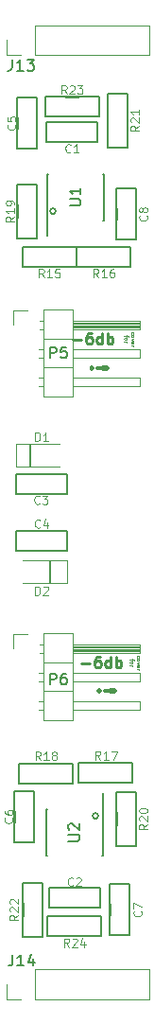
<source format=gbr>
G04 #@! TF.GenerationSoftware,KiCad,Pcbnew,(5.0.0-rc2-47-g52fceb3)*
G04 #@! TF.CreationDate,2018-06-13T16:52:08-05:00*
G04 #@! TF.ProjectId,nearness,6E6561726E6573732E6B696361645F70,rev?*
G04 #@! TF.SameCoordinates,Original*
G04 #@! TF.FileFunction,Legend,Top*
G04 #@! TF.FilePolarity,Positive*
%FSLAX46Y46*%
G04 Gerber Fmt 4.6, Leading zero omitted, Abs format (unit mm)*
G04 Created by KiCad (PCBNEW (5.0.0-rc2-47-g52fceb3)) date Wednesday, June 13, 2018 at 04:52:08 PM*
%MOMM*%
%LPD*%
G01*
G04 APERTURE LIST*
%ADD10C,0.250000*%
%ADD11C,0.087500*%
%ADD12C,0.300000*%
%ADD13C,0.200000*%
%ADD14C,0.150000*%
%ADD15C,0.120000*%
%ADD16C,0.125000*%
G04 APERTURE END LIST*
D10*
X43704095Y-39187428D02*
X44466000Y-39187428D01*
X45370761Y-38568380D02*
X45180285Y-38568380D01*
X45085047Y-38616000D01*
X45037428Y-38663619D01*
X44942190Y-38806476D01*
X44894571Y-38996952D01*
X44894571Y-39377904D01*
X44942190Y-39473142D01*
X44989809Y-39520761D01*
X45085047Y-39568380D01*
X45275523Y-39568380D01*
X45370761Y-39520761D01*
X45418380Y-39473142D01*
X45466000Y-39377904D01*
X45466000Y-39139809D01*
X45418380Y-39044571D01*
X45370761Y-38996952D01*
X45275523Y-38949333D01*
X45085047Y-38949333D01*
X44989809Y-38996952D01*
X44942190Y-39044571D01*
X44894571Y-39139809D01*
X46323142Y-39568380D02*
X46323142Y-38568380D01*
X46323142Y-39520761D02*
X46227904Y-39568380D01*
X46037428Y-39568380D01*
X45942190Y-39520761D01*
X45894571Y-39473142D01*
X45846952Y-39377904D01*
X45846952Y-39092190D01*
X45894571Y-38996952D01*
X45942190Y-38949333D01*
X46037428Y-38901714D01*
X46227904Y-38901714D01*
X46323142Y-38949333D01*
X46799333Y-39568380D02*
X46799333Y-38568380D01*
X46799333Y-38949333D02*
X46894571Y-38901714D01*
X47085047Y-38901714D01*
X47180285Y-38949333D01*
X47227904Y-38996952D01*
X47275523Y-39092190D01*
X47275523Y-39377904D01*
X47227904Y-39473142D01*
X47180285Y-39520761D01*
X47085047Y-39568380D01*
X46894571Y-39568380D01*
X46799333Y-39520761D01*
D11*
X48932583Y-38649333D02*
X48915916Y-38616000D01*
X48915916Y-38549333D01*
X48932583Y-38516000D01*
X48949250Y-38499333D01*
X48982583Y-38482666D01*
X49082583Y-38482666D01*
X49115916Y-38499333D01*
X49132583Y-38516000D01*
X49149250Y-38549333D01*
X49149250Y-38616000D01*
X49132583Y-38649333D01*
X48915916Y-38849333D02*
X48932583Y-38816000D01*
X48949250Y-38799333D01*
X48982583Y-38782666D01*
X49082583Y-38782666D01*
X49115916Y-38799333D01*
X49132583Y-38816000D01*
X49149250Y-38849333D01*
X49149250Y-38899333D01*
X49132583Y-38932666D01*
X49115916Y-38949333D01*
X49082583Y-38966000D01*
X48982583Y-38966000D01*
X48949250Y-38949333D01*
X48932583Y-38932666D01*
X48915916Y-38899333D01*
X48915916Y-38849333D01*
X49149250Y-39082666D02*
X48915916Y-39166000D01*
X49149250Y-39249333D01*
X48932583Y-39516000D02*
X48915916Y-39482666D01*
X48915916Y-39416000D01*
X48932583Y-39382666D01*
X48965916Y-39366000D01*
X49099250Y-39366000D01*
X49132583Y-39382666D01*
X49149250Y-39416000D01*
X49149250Y-39482666D01*
X49132583Y-39516000D01*
X49099250Y-39532666D01*
X49065916Y-39532666D01*
X49032583Y-39366000D01*
X48915916Y-39682666D02*
X49149250Y-39682666D01*
X49082583Y-39682666D02*
X49115916Y-39699333D01*
X49132583Y-39716000D01*
X49149250Y-39749333D01*
X49149250Y-39782666D01*
X48536750Y-38782666D02*
X48536750Y-38916000D01*
X48303416Y-38832666D02*
X48603416Y-38832666D01*
X48636750Y-38849333D01*
X48653416Y-38882666D01*
X48653416Y-38916000D01*
X48303416Y-39082666D02*
X48320083Y-39049333D01*
X48336750Y-39032666D01*
X48370083Y-39016000D01*
X48470083Y-39016000D01*
X48503416Y-39032666D01*
X48520083Y-39049333D01*
X48536750Y-39082666D01*
X48536750Y-39132666D01*
X48520083Y-39166000D01*
X48503416Y-39182666D01*
X48470083Y-39199333D01*
X48370083Y-39199333D01*
X48336750Y-39182666D01*
X48320083Y-39166000D01*
X48303416Y-39132666D01*
X48303416Y-39082666D01*
X48303416Y-39349333D02*
X48536750Y-39349333D01*
X48470083Y-39349333D02*
X48503416Y-39366000D01*
X48520083Y-39382666D01*
X48536750Y-39416000D01*
X48536750Y-39449333D01*
D10*
X44466095Y-68143428D02*
X45228000Y-68143428D01*
X46132761Y-67524380D02*
X45942285Y-67524380D01*
X45847047Y-67572000D01*
X45799428Y-67619619D01*
X45704190Y-67762476D01*
X45656571Y-67952952D01*
X45656571Y-68333904D01*
X45704190Y-68429142D01*
X45751809Y-68476761D01*
X45847047Y-68524380D01*
X46037523Y-68524380D01*
X46132761Y-68476761D01*
X46180380Y-68429142D01*
X46228000Y-68333904D01*
X46228000Y-68095809D01*
X46180380Y-68000571D01*
X46132761Y-67952952D01*
X46037523Y-67905333D01*
X45847047Y-67905333D01*
X45751809Y-67952952D01*
X45704190Y-68000571D01*
X45656571Y-68095809D01*
X47085142Y-68524380D02*
X47085142Y-67524380D01*
X47085142Y-68476761D02*
X46989904Y-68524380D01*
X46799428Y-68524380D01*
X46704190Y-68476761D01*
X46656571Y-68429142D01*
X46608952Y-68333904D01*
X46608952Y-68048190D01*
X46656571Y-67952952D01*
X46704190Y-67905333D01*
X46799428Y-67857714D01*
X46989904Y-67857714D01*
X47085142Y-67905333D01*
X47561333Y-68524380D02*
X47561333Y-67524380D01*
X47561333Y-67905333D02*
X47656571Y-67857714D01*
X47847047Y-67857714D01*
X47942285Y-67905333D01*
X47989904Y-67952952D01*
X48037523Y-68048190D01*
X48037523Y-68333904D01*
X47989904Y-68429142D01*
X47942285Y-68476761D01*
X47847047Y-68524380D01*
X47656571Y-68524380D01*
X47561333Y-68476761D01*
D11*
X49440583Y-67605333D02*
X49423916Y-67572000D01*
X49423916Y-67505333D01*
X49440583Y-67472000D01*
X49457250Y-67455333D01*
X49490583Y-67438666D01*
X49590583Y-67438666D01*
X49623916Y-67455333D01*
X49640583Y-67472000D01*
X49657250Y-67505333D01*
X49657250Y-67572000D01*
X49640583Y-67605333D01*
X49423916Y-67805333D02*
X49440583Y-67772000D01*
X49457250Y-67755333D01*
X49490583Y-67738666D01*
X49590583Y-67738666D01*
X49623916Y-67755333D01*
X49640583Y-67772000D01*
X49657250Y-67805333D01*
X49657250Y-67855333D01*
X49640583Y-67888666D01*
X49623916Y-67905333D01*
X49590583Y-67922000D01*
X49490583Y-67922000D01*
X49457250Y-67905333D01*
X49440583Y-67888666D01*
X49423916Y-67855333D01*
X49423916Y-67805333D01*
X49657250Y-68038666D02*
X49423916Y-68122000D01*
X49657250Y-68205333D01*
X49440583Y-68472000D02*
X49423916Y-68438666D01*
X49423916Y-68372000D01*
X49440583Y-68338666D01*
X49473916Y-68322000D01*
X49607250Y-68322000D01*
X49640583Y-68338666D01*
X49657250Y-68372000D01*
X49657250Y-68438666D01*
X49640583Y-68472000D01*
X49607250Y-68488666D01*
X49573916Y-68488666D01*
X49540583Y-68322000D01*
X49423916Y-68638666D02*
X49657250Y-68638666D01*
X49590583Y-68638666D02*
X49623916Y-68655333D01*
X49640583Y-68672000D01*
X49657250Y-68705333D01*
X49657250Y-68738666D01*
X49044750Y-67738666D02*
X49044750Y-67872000D01*
X48811416Y-67788666D02*
X49111416Y-67788666D01*
X49144750Y-67805333D01*
X49161416Y-67838666D01*
X49161416Y-67872000D01*
X48811416Y-68038666D02*
X48828083Y-68005333D01*
X48844750Y-67988666D01*
X48878083Y-67972000D01*
X48978083Y-67972000D01*
X49011416Y-67988666D01*
X49028083Y-68005333D01*
X49044750Y-68038666D01*
X49044750Y-68088666D01*
X49028083Y-68122000D01*
X49011416Y-68138666D01*
X48978083Y-68155333D01*
X48878083Y-68155333D01*
X48844750Y-68138666D01*
X48828083Y-68122000D01*
X48811416Y-68088666D01*
X48811416Y-68038666D01*
X48811416Y-68305333D02*
X49044750Y-68305333D01*
X48978083Y-68305333D02*
X49011416Y-68322000D01*
X49028083Y-68338666D01*
X49044750Y-68372000D01*
X49044750Y-68405333D01*
D12*
X46149485Y-70612000D02*
X46078057Y-70683428D01*
X46006628Y-70612000D01*
X46078057Y-70540571D01*
X46149485Y-70612000D01*
X46006628Y-70612000D01*
X46578057Y-70612000D02*
X47435200Y-70540571D01*
X47506628Y-70612000D01*
X47435200Y-70683428D01*
X46578057Y-70612000D01*
X47506628Y-70612000D01*
X45489085Y-41706800D02*
X45417657Y-41778228D01*
X45346228Y-41706800D01*
X45417657Y-41635371D01*
X45489085Y-41706800D01*
X45346228Y-41706800D01*
X45917657Y-41706800D02*
X46774800Y-41635371D01*
X46846228Y-41706800D01*
X46774800Y-41778228D01*
X45917657Y-41706800D01*
X46846228Y-41706800D01*
D13*
X39878000Y-48514000D02*
X39878000Y-50546000D01*
X41656000Y-58928000D02*
X41656000Y-60960000D01*
X45974000Y-81788000D02*
G75*
G03X45974000Y-81788000I-254000J0D01*
G01*
X42164000Y-27686000D02*
G75*
G03X42164000Y-27686000I-254000J0D01*
G01*
D14*
G04 #@! TO.C,R20*
X47625000Y-79629000D02*
X49403000Y-79629000D01*
X47625000Y-84455000D02*
X47625000Y-79629000D01*
X49403000Y-84455000D02*
X47625000Y-84455000D01*
X49403000Y-79629000D02*
X49403000Y-84455000D01*
D15*
X47634000Y-82642000D02*
X47634000Y-81442000D01*
X49394000Y-81442000D02*
X49394000Y-82642000D01*
G04 #@! TO.C,R17*
X46050603Y-77047833D02*
X47250603Y-77047833D01*
X47250603Y-78807833D02*
X46050603Y-78807833D01*
D14*
X44237603Y-77038833D02*
X49063603Y-77038833D01*
X49063603Y-77038833D02*
X49063603Y-78816833D01*
X49063603Y-78816833D02*
X44237603Y-78816833D01*
X44237603Y-78816833D02*
X44237603Y-77038833D01*
D15*
G04 #@! TO.C,R19*
X38744000Y-28286000D02*
X38744000Y-27086000D01*
X40504000Y-27086000D02*
X40504000Y-28286000D01*
D14*
X38735000Y-30099000D02*
X38735000Y-25273000D01*
X38735000Y-25273000D02*
X40513000Y-25273000D01*
X40513000Y-25273000D02*
X40513000Y-30099000D01*
X40513000Y-30099000D02*
X38735000Y-30099000D01*
G04 #@! TO.C,R18*
X43715430Y-77133702D02*
X43715430Y-78911702D01*
X38889430Y-77133702D02*
X43715430Y-77133702D01*
X38889430Y-78911702D02*
X38889430Y-77133702D01*
X43715430Y-78911702D02*
X38889430Y-78911702D01*
D15*
X40702430Y-77142702D02*
X41902430Y-77142702D01*
X41902430Y-78902702D02*
X40702430Y-78902702D01*
D14*
G04 #@! TO.C,R15*
X44007052Y-30861000D02*
X44007052Y-32639000D01*
X39181052Y-30861000D02*
X44007052Y-30861000D01*
X39181052Y-32639000D02*
X39181052Y-30861000D01*
X44007052Y-32639000D02*
X39181052Y-32639000D01*
D15*
X40994052Y-30870000D02*
X42194052Y-30870000D01*
X42194052Y-32630000D02*
X40994052Y-32630000D01*
D14*
G04 #@! TO.C,C2*
X41570603Y-89992833D02*
X41570603Y-88214833D01*
X46142603Y-89992833D02*
X41570603Y-89992833D01*
X46142603Y-88214833D02*
X46142603Y-89992833D01*
X41570603Y-88214833D02*
X46142603Y-88214833D01*
D15*
X43356603Y-89953833D02*
X44356603Y-89953833D01*
X44356603Y-88253833D02*
X43356603Y-88253833D01*
D14*
G04 #@! TO.C,R24*
X46269603Y-90754833D02*
X46269603Y-92532833D01*
X41443603Y-90754833D02*
X46269603Y-90754833D01*
X41443603Y-92532833D02*
X41443603Y-90754833D01*
X46269603Y-92532833D02*
X41443603Y-92532833D01*
D15*
X43256603Y-90763833D02*
X44456603Y-90763833D01*
X44456603Y-92523833D02*
X43256603Y-92523833D01*
D14*
G04 #@! TO.C,R16*
X44069000Y-32639000D02*
X44069000Y-30861000D01*
X48895000Y-32639000D02*
X44069000Y-32639000D01*
X48895000Y-30861000D02*
X48895000Y-32639000D01*
X44069000Y-30861000D02*
X48895000Y-30861000D01*
D15*
X47082000Y-32630000D02*
X45882000Y-32630000D01*
X45882000Y-30870000D02*
X47082000Y-30870000D01*
D14*
G04 #@! TO.C,R22*
X39243000Y-87757000D02*
X41021000Y-87757000D01*
X39243000Y-92583000D02*
X39243000Y-87757000D01*
X41021000Y-92583000D02*
X39243000Y-92583000D01*
X41021000Y-87757000D02*
X41021000Y-92583000D01*
D15*
X39252000Y-90770000D02*
X39252000Y-89570000D01*
X41012000Y-89570000D02*
X41012000Y-90770000D01*
G04 #@! TO.C,R23*
X43026052Y-17480841D02*
X44226052Y-17480841D01*
X44226052Y-19240841D02*
X43026052Y-19240841D01*
D14*
X41213052Y-17471841D02*
X46039052Y-17471841D01*
X46039052Y-17471841D02*
X46039052Y-19249841D01*
X46039052Y-19249841D02*
X41213052Y-19249841D01*
X41213052Y-19249841D02*
X41213052Y-17471841D01*
G04 #@! TO.C,U1*
X41367000Y-28491000D02*
X41417000Y-28491000D01*
X41367000Y-24341000D02*
X41512000Y-24341000D01*
X46517000Y-24341000D02*
X46372000Y-24341000D01*
X46517000Y-28491000D02*
X46372000Y-28491000D01*
X41367000Y-28491000D02*
X41367000Y-24341000D01*
X46517000Y-28491000D02*
X46517000Y-24341000D01*
X41417000Y-28491000D02*
X41417000Y-29891000D01*
G04 #@! TO.C,U2*
X46381603Y-81186833D02*
X46381603Y-79786833D01*
X41281603Y-81186833D02*
X41281603Y-85336833D01*
X46431603Y-81186833D02*
X46431603Y-85336833D01*
X41281603Y-81186833D02*
X41426603Y-81186833D01*
X41281603Y-85336833D02*
X41426603Y-85336833D01*
X46431603Y-85336833D02*
X46286603Y-85336833D01*
X46431603Y-81186833D02*
X46381603Y-81186833D01*
D15*
G04 #@! TO.C,P6*
X41040000Y-65472000D02*
X41040000Y-73212000D01*
X41040000Y-73212000D02*
X43700000Y-73212000D01*
X43700000Y-73212000D02*
X43700000Y-65472000D01*
X43700000Y-65472000D02*
X41040000Y-65472000D01*
X43700000Y-66422000D02*
X49700000Y-66422000D01*
X49700000Y-66422000D02*
X49700000Y-67182000D01*
X49700000Y-67182000D02*
X43700000Y-67182000D01*
X43700000Y-66482000D02*
X49700000Y-66482000D01*
X43700000Y-66602000D02*
X49700000Y-66602000D01*
X43700000Y-66722000D02*
X49700000Y-66722000D01*
X43700000Y-66842000D02*
X49700000Y-66842000D01*
X43700000Y-66962000D02*
X49700000Y-66962000D01*
X43700000Y-67082000D02*
X49700000Y-67082000D01*
X40710000Y-66422000D02*
X41040000Y-66422000D01*
X40710000Y-67182000D02*
X41040000Y-67182000D01*
X41040000Y-68072000D02*
X43700000Y-68072000D01*
X43700000Y-68962000D02*
X49700000Y-68962000D01*
X49700000Y-68962000D02*
X49700000Y-69722000D01*
X49700000Y-69722000D02*
X43700000Y-69722000D01*
X40642929Y-68962000D02*
X41040000Y-68962000D01*
X40642929Y-69722000D02*
X41040000Y-69722000D01*
X41040000Y-70612000D02*
X43700000Y-70612000D01*
X43700000Y-71502000D02*
X49700000Y-71502000D01*
X49700000Y-71502000D02*
X49700000Y-72262000D01*
X49700000Y-72262000D02*
X43700000Y-72262000D01*
X40642929Y-71502000D02*
X41040000Y-71502000D01*
X40642929Y-72262000D02*
X41040000Y-72262000D01*
X38330000Y-66802000D02*
X38330000Y-65532000D01*
X38330000Y-65532000D02*
X39600000Y-65532000D01*
G04 #@! TO.C,P5*
X38330000Y-36576000D02*
X39600000Y-36576000D01*
X38330000Y-37846000D02*
X38330000Y-36576000D01*
X40642929Y-43306000D02*
X41040000Y-43306000D01*
X40642929Y-42546000D02*
X41040000Y-42546000D01*
X49700000Y-43306000D02*
X43700000Y-43306000D01*
X49700000Y-42546000D02*
X49700000Y-43306000D01*
X43700000Y-42546000D02*
X49700000Y-42546000D01*
X41040000Y-41656000D02*
X43700000Y-41656000D01*
X40642929Y-40766000D02*
X41040000Y-40766000D01*
X40642929Y-40006000D02*
X41040000Y-40006000D01*
X49700000Y-40766000D02*
X43700000Y-40766000D01*
X49700000Y-40006000D02*
X49700000Y-40766000D01*
X43700000Y-40006000D02*
X49700000Y-40006000D01*
X41040000Y-39116000D02*
X43700000Y-39116000D01*
X40710000Y-38226000D02*
X41040000Y-38226000D01*
X40710000Y-37466000D02*
X41040000Y-37466000D01*
X43700000Y-38126000D02*
X49700000Y-38126000D01*
X43700000Y-38006000D02*
X49700000Y-38006000D01*
X43700000Y-37886000D02*
X49700000Y-37886000D01*
X43700000Y-37766000D02*
X49700000Y-37766000D01*
X43700000Y-37646000D02*
X49700000Y-37646000D01*
X43700000Y-37526000D02*
X49700000Y-37526000D01*
X49700000Y-38226000D02*
X43700000Y-38226000D01*
X49700000Y-37466000D02*
X49700000Y-38226000D01*
X43700000Y-37466000D02*
X49700000Y-37466000D01*
X43700000Y-36516000D02*
X41040000Y-36516000D01*
X43700000Y-44256000D02*
X43700000Y-36516000D01*
X41040000Y-44256000D02*
X43700000Y-44256000D01*
X41040000Y-36516000D02*
X41040000Y-44256000D01*
G04 #@! TO.C,J13*
X40338000Y-13720400D02*
X50558000Y-13720400D01*
X50558000Y-13720400D02*
X50558000Y-11060400D01*
X50558000Y-11060400D02*
X40338000Y-11060400D01*
X40338000Y-11060400D02*
X40338000Y-13720400D01*
X39068000Y-13720400D02*
X37738000Y-13720400D01*
X37738000Y-13720400D02*
X37738000Y-12390400D01*
G04 #@! TO.C,J14*
X37738000Y-98165400D02*
X37738000Y-96835400D01*
X39068000Y-98165400D02*
X37738000Y-98165400D01*
X40338000Y-95505400D02*
X40338000Y-98165400D01*
X50558000Y-95505400D02*
X40338000Y-95505400D01*
X50558000Y-98165400D02*
X50558000Y-95505400D01*
X40338000Y-98165400D02*
X50558000Y-98165400D01*
G04 #@! TO.C,D1*
X38644000Y-48530000D02*
X38644000Y-50530000D01*
X38644000Y-50530000D02*
X42544000Y-50530000D01*
X38644000Y-48530000D02*
X42544000Y-48530000D01*
G04 #@! TO.C,D2*
X43144000Y-60944000D02*
X43144000Y-58944000D01*
X43144000Y-58944000D02*
X39244000Y-58944000D01*
X43144000Y-60944000D02*
X39244000Y-60944000D01*
G04 #@! TO.C,C5*
X38774000Y-19312000D02*
X38774000Y-20312000D01*
X40474000Y-20312000D02*
X40474000Y-19312000D01*
D14*
X38735000Y-22098000D02*
X38735000Y-17526000D01*
X38735000Y-17526000D02*
X40513000Y-17526000D01*
X40513000Y-17526000D02*
X40513000Y-22098000D01*
X40513000Y-22098000D02*
X38735000Y-22098000D01*
D15*
G04 #@! TO.C,C1*
X43126052Y-21424000D02*
X44126052Y-21424000D01*
X44126052Y-19724000D02*
X43126052Y-19724000D01*
D14*
X45912052Y-21463000D02*
X41340052Y-21463000D01*
X41340052Y-21463000D02*
X41340052Y-19685000D01*
X41340052Y-19685000D02*
X45912052Y-19685000D01*
X45912052Y-19685000D02*
X45912052Y-21463000D01*
G04 #@! TO.C,C8*
X47625000Y-25654000D02*
X49403000Y-25654000D01*
X47625000Y-30226000D02*
X47625000Y-25654000D01*
X49403000Y-30226000D02*
X47625000Y-30226000D01*
X49403000Y-25654000D02*
X49403000Y-30226000D01*
D15*
X47664000Y-27440000D02*
X47664000Y-28440000D01*
X49364000Y-28440000D02*
X49364000Y-27440000D01*
G04 #@! TO.C,R21*
X46810052Y-20230841D02*
X46810052Y-19030841D01*
X48570052Y-19030841D02*
X48570052Y-20230841D01*
D14*
X46801052Y-22043841D02*
X46801052Y-17217841D01*
X46801052Y-17217841D02*
X48579052Y-17217841D01*
X48579052Y-17217841D02*
X48579052Y-22043841D01*
X48579052Y-22043841D02*
X46801052Y-22043841D01*
D15*
G04 #@! TO.C,C7*
X48756430Y-90670000D02*
X48756430Y-89670000D01*
X47056430Y-89670000D02*
X47056430Y-90670000D01*
D14*
X48795430Y-87884000D02*
X48795430Y-92456000D01*
X48795430Y-92456000D02*
X47017430Y-92456000D01*
X47017430Y-92456000D02*
X47017430Y-87884000D01*
X47017430Y-87884000D02*
X48795430Y-87884000D01*
G04 #@! TO.C,C6*
X40259000Y-84118702D02*
X38481000Y-84118702D01*
X40259000Y-79546702D02*
X40259000Y-84118702D01*
X38481000Y-79546702D02*
X40259000Y-79546702D01*
X38481000Y-84118702D02*
X38481000Y-79546702D01*
D15*
X40220000Y-82332702D02*
X40220000Y-81332702D01*
X38520000Y-81332702D02*
X38520000Y-82332702D01*
D14*
G04 #@! TO.C,C4*
X43180000Y-56261000D02*
X43180000Y-58039000D01*
X38608000Y-56261000D02*
X43180000Y-56261000D01*
X38608000Y-58039000D02*
X38608000Y-56261000D01*
X43180000Y-58039000D02*
X38608000Y-58039000D01*
D15*
X41394000Y-56300000D02*
X40394000Y-56300000D01*
X40394000Y-58000000D02*
X41394000Y-58000000D01*
G04 #@! TO.C,C3*
X41394000Y-51220000D02*
X40394000Y-51220000D01*
X40394000Y-52920000D02*
X41394000Y-52920000D01*
D14*
X38608000Y-51181000D02*
X43180000Y-51181000D01*
X43180000Y-51181000D02*
X43180000Y-52959000D01*
X43180000Y-52959000D02*
X38608000Y-52959000D01*
X38608000Y-52959000D02*
X38608000Y-51181000D01*
G04 #@! TO.C,R20*
D16*
X50377285Y-82524142D02*
X50020142Y-82774142D01*
X50377285Y-82952714D02*
X49627285Y-82952714D01*
X49627285Y-82667000D01*
X49663000Y-82595571D01*
X49698714Y-82559857D01*
X49770142Y-82524142D01*
X49877285Y-82524142D01*
X49948714Y-82559857D01*
X49984428Y-82595571D01*
X50020142Y-82667000D01*
X50020142Y-82952714D01*
X49698714Y-82238428D02*
X49663000Y-82202714D01*
X49627285Y-82131285D01*
X49627285Y-81952714D01*
X49663000Y-81881285D01*
X49698714Y-81845571D01*
X49770142Y-81809857D01*
X49841571Y-81809857D01*
X49948714Y-81845571D01*
X50377285Y-82274142D01*
X50377285Y-81809857D01*
X49627285Y-81345571D02*
X49627285Y-81274142D01*
X49663000Y-81202714D01*
X49698714Y-81167000D01*
X49770142Y-81131285D01*
X49913000Y-81095571D01*
X50091571Y-81095571D01*
X50234428Y-81131285D01*
X50305857Y-81167000D01*
X50341571Y-81202714D01*
X50377285Y-81274142D01*
X50377285Y-81345571D01*
X50341571Y-81417000D01*
X50305857Y-81452714D01*
X50234428Y-81488428D01*
X50091571Y-81524142D01*
X49913000Y-81524142D01*
X49770142Y-81488428D01*
X49698714Y-81452714D01*
X49663000Y-81417000D01*
X49627285Y-81345571D01*
G04 #@! TO.C,R17*
X46168460Y-76743118D02*
X45918460Y-76385975D01*
X45739888Y-76743118D02*
X45739888Y-75993118D01*
X46025603Y-75993118D01*
X46097031Y-76028833D01*
X46132745Y-76064547D01*
X46168460Y-76135975D01*
X46168460Y-76243118D01*
X46132745Y-76314547D01*
X46097031Y-76350261D01*
X46025603Y-76385975D01*
X45739888Y-76385975D01*
X46882745Y-76743118D02*
X46454174Y-76743118D01*
X46668460Y-76743118D02*
X46668460Y-75993118D01*
X46597031Y-76100261D01*
X46525603Y-76171690D01*
X46454174Y-76207404D01*
X47132745Y-75993118D02*
X47632745Y-75993118D01*
X47311317Y-76743118D01*
G04 #@! TO.C,R19*
X38439285Y-28168142D02*
X38082142Y-28418142D01*
X38439285Y-28596714D02*
X37689285Y-28596714D01*
X37689285Y-28311000D01*
X37725000Y-28239571D01*
X37760714Y-28203857D01*
X37832142Y-28168142D01*
X37939285Y-28168142D01*
X38010714Y-28203857D01*
X38046428Y-28239571D01*
X38082142Y-28311000D01*
X38082142Y-28596714D01*
X38439285Y-27453857D02*
X38439285Y-27882428D01*
X38439285Y-27668142D02*
X37689285Y-27668142D01*
X37796428Y-27739571D01*
X37867857Y-27811000D01*
X37903571Y-27882428D01*
X38439285Y-27096714D02*
X38439285Y-26953857D01*
X38403571Y-26882428D01*
X38367857Y-26846714D01*
X38260714Y-26775285D01*
X38117857Y-26739571D01*
X37832142Y-26739571D01*
X37760714Y-26775285D01*
X37725000Y-26811000D01*
X37689285Y-26882428D01*
X37689285Y-27025285D01*
X37725000Y-27096714D01*
X37760714Y-27132428D01*
X37832142Y-27168142D01*
X38010714Y-27168142D01*
X38082142Y-27132428D01*
X38117857Y-27096714D01*
X38153571Y-27025285D01*
X38153571Y-26882428D01*
X38117857Y-26811000D01*
X38082142Y-26775285D01*
X38010714Y-26739571D01*
G04 #@! TO.C,R18*
X40820287Y-76793285D02*
X40570287Y-76436142D01*
X40391715Y-76793285D02*
X40391715Y-76043285D01*
X40677430Y-76043285D01*
X40748858Y-76079000D01*
X40784572Y-76114714D01*
X40820287Y-76186142D01*
X40820287Y-76293285D01*
X40784572Y-76364714D01*
X40748858Y-76400428D01*
X40677430Y-76436142D01*
X40391715Y-76436142D01*
X41534572Y-76793285D02*
X41106001Y-76793285D01*
X41320287Y-76793285D02*
X41320287Y-76043285D01*
X41248858Y-76150428D01*
X41177430Y-76221857D01*
X41106001Y-76257571D01*
X41963144Y-76364714D02*
X41891715Y-76329000D01*
X41856001Y-76293285D01*
X41820287Y-76221857D01*
X41820287Y-76186142D01*
X41856001Y-76114714D01*
X41891715Y-76079000D01*
X41963144Y-76043285D01*
X42106001Y-76043285D01*
X42177430Y-76079000D01*
X42213144Y-76114714D01*
X42248858Y-76186142D01*
X42248858Y-76221857D01*
X42213144Y-76293285D01*
X42177430Y-76329000D01*
X42106001Y-76364714D01*
X41963144Y-76364714D01*
X41891715Y-76400428D01*
X41856001Y-76436142D01*
X41820287Y-76507571D01*
X41820287Y-76650428D01*
X41856001Y-76721857D01*
X41891715Y-76757571D01*
X41963144Y-76793285D01*
X42106001Y-76793285D01*
X42177430Y-76757571D01*
X42213144Y-76721857D01*
X42248858Y-76650428D01*
X42248858Y-76507571D01*
X42213144Y-76436142D01*
X42177430Y-76400428D01*
X42106001Y-76364714D01*
G04 #@! TO.C,R15*
X41111909Y-33613285D02*
X40861909Y-33256142D01*
X40683337Y-33613285D02*
X40683337Y-32863285D01*
X40969052Y-32863285D01*
X41040480Y-32899000D01*
X41076194Y-32934714D01*
X41111909Y-33006142D01*
X41111909Y-33113285D01*
X41076194Y-33184714D01*
X41040480Y-33220428D01*
X40969052Y-33256142D01*
X40683337Y-33256142D01*
X41826194Y-33613285D02*
X41397623Y-33613285D01*
X41611909Y-33613285D02*
X41611909Y-32863285D01*
X41540480Y-32970428D01*
X41469052Y-33041857D01*
X41397623Y-33077571D01*
X42504766Y-32863285D02*
X42147623Y-32863285D01*
X42111909Y-33220428D01*
X42147623Y-33184714D01*
X42219052Y-33149000D01*
X42397623Y-33149000D01*
X42469052Y-33184714D01*
X42504766Y-33220428D01*
X42540480Y-33291857D01*
X42540480Y-33470428D01*
X42504766Y-33541857D01*
X42469052Y-33577571D01*
X42397623Y-33613285D01*
X42219052Y-33613285D01*
X42147623Y-33577571D01*
X42111909Y-33541857D01*
G04 #@! TO.C,C2*
X43731603Y-87974690D02*
X43695888Y-88010404D01*
X43588745Y-88046118D01*
X43517317Y-88046118D01*
X43410174Y-88010404D01*
X43338745Y-87938975D01*
X43303031Y-87867547D01*
X43267317Y-87724690D01*
X43267317Y-87617547D01*
X43303031Y-87474690D01*
X43338745Y-87403261D01*
X43410174Y-87331833D01*
X43517317Y-87296118D01*
X43588745Y-87296118D01*
X43695888Y-87331833D01*
X43731603Y-87367547D01*
X44017317Y-87367547D02*
X44053031Y-87331833D01*
X44124460Y-87296118D01*
X44303031Y-87296118D01*
X44374460Y-87331833D01*
X44410174Y-87367547D01*
X44445888Y-87438975D01*
X44445888Y-87510404D01*
X44410174Y-87617547D01*
X43981603Y-88046118D01*
X44445888Y-88046118D01*
G04 #@! TO.C,R24*
X43374460Y-93507118D02*
X43124460Y-93149975D01*
X42945888Y-93507118D02*
X42945888Y-92757118D01*
X43231603Y-92757118D01*
X43303031Y-92792833D01*
X43338745Y-92828547D01*
X43374460Y-92899975D01*
X43374460Y-93007118D01*
X43338745Y-93078547D01*
X43303031Y-93114261D01*
X43231603Y-93149975D01*
X42945888Y-93149975D01*
X43660174Y-92828547D02*
X43695888Y-92792833D01*
X43767317Y-92757118D01*
X43945888Y-92757118D01*
X44017317Y-92792833D01*
X44053031Y-92828547D01*
X44088745Y-92899975D01*
X44088745Y-92971404D01*
X44053031Y-93078547D01*
X43624460Y-93507118D01*
X44088745Y-93507118D01*
X44731603Y-93007118D02*
X44731603Y-93507118D01*
X44553031Y-92721404D02*
X44374460Y-93257118D01*
X44838745Y-93257118D01*
G04 #@! TO.C,R16*
X45999857Y-33613285D02*
X45749857Y-33256142D01*
X45571285Y-33613285D02*
X45571285Y-32863285D01*
X45857000Y-32863285D01*
X45928428Y-32899000D01*
X45964142Y-32934714D01*
X45999857Y-33006142D01*
X45999857Y-33113285D01*
X45964142Y-33184714D01*
X45928428Y-33220428D01*
X45857000Y-33256142D01*
X45571285Y-33256142D01*
X46714142Y-33613285D02*
X46285571Y-33613285D01*
X46499857Y-33613285D02*
X46499857Y-32863285D01*
X46428428Y-32970428D01*
X46357000Y-33041857D01*
X46285571Y-33077571D01*
X47357000Y-32863285D02*
X47214142Y-32863285D01*
X47142714Y-32899000D01*
X47107000Y-32934714D01*
X47035571Y-33041857D01*
X46999857Y-33184714D01*
X46999857Y-33470428D01*
X47035571Y-33541857D01*
X47071285Y-33577571D01*
X47142714Y-33613285D01*
X47285571Y-33613285D01*
X47357000Y-33577571D01*
X47392714Y-33541857D01*
X47428428Y-33470428D01*
X47428428Y-33291857D01*
X47392714Y-33220428D01*
X47357000Y-33184714D01*
X47285571Y-33149000D01*
X47142714Y-33149000D01*
X47071285Y-33184714D01*
X47035571Y-33220428D01*
X46999857Y-33291857D01*
G04 #@! TO.C,R22*
X38778682Y-90652142D02*
X38421539Y-90902142D01*
X38778682Y-91080714D02*
X38028682Y-91080714D01*
X38028682Y-90795000D01*
X38064397Y-90723571D01*
X38100111Y-90687857D01*
X38171539Y-90652142D01*
X38278682Y-90652142D01*
X38350111Y-90687857D01*
X38385825Y-90723571D01*
X38421539Y-90795000D01*
X38421539Y-91080714D01*
X38100111Y-90366428D02*
X38064397Y-90330714D01*
X38028682Y-90259285D01*
X38028682Y-90080714D01*
X38064397Y-90009285D01*
X38100111Y-89973571D01*
X38171539Y-89937857D01*
X38242968Y-89937857D01*
X38350111Y-89973571D01*
X38778682Y-90402142D01*
X38778682Y-89937857D01*
X38100111Y-89652142D02*
X38064397Y-89616428D01*
X38028682Y-89545000D01*
X38028682Y-89366428D01*
X38064397Y-89295000D01*
X38100111Y-89259285D01*
X38171539Y-89223571D01*
X38242968Y-89223571D01*
X38350111Y-89259285D01*
X38778682Y-89687857D01*
X38778682Y-89223571D01*
G04 #@! TO.C,R23*
X43143909Y-17176126D02*
X42893909Y-16818983D01*
X42715337Y-17176126D02*
X42715337Y-16426126D01*
X43001052Y-16426126D01*
X43072480Y-16461841D01*
X43108194Y-16497555D01*
X43143909Y-16568983D01*
X43143909Y-16676126D01*
X43108194Y-16747555D01*
X43072480Y-16783269D01*
X43001052Y-16818983D01*
X42715337Y-16818983D01*
X43429623Y-16497555D02*
X43465337Y-16461841D01*
X43536766Y-16426126D01*
X43715337Y-16426126D01*
X43786766Y-16461841D01*
X43822480Y-16497555D01*
X43858194Y-16568983D01*
X43858194Y-16640412D01*
X43822480Y-16747555D01*
X43393909Y-17176126D01*
X43858194Y-17176126D01*
X44108194Y-16426126D02*
X44572480Y-16426126D01*
X44322480Y-16711841D01*
X44429623Y-16711841D01*
X44501052Y-16747555D01*
X44536766Y-16783269D01*
X44572480Y-16854698D01*
X44572480Y-17033269D01*
X44536766Y-17104698D01*
X44501052Y-17140412D01*
X44429623Y-17176126D01*
X44215337Y-17176126D01*
X44143909Y-17140412D01*
X44108194Y-17104698D01*
G04 #@! TO.C,U1*
D14*
X43394380Y-27177904D02*
X44203904Y-27177904D01*
X44299142Y-27130285D01*
X44346761Y-27082666D01*
X44394380Y-26987428D01*
X44394380Y-26796952D01*
X44346761Y-26701714D01*
X44299142Y-26654095D01*
X44203904Y-26606476D01*
X43394380Y-26606476D01*
X44394380Y-25606476D02*
X44394380Y-26177904D01*
X44394380Y-25892190D02*
X43394380Y-25892190D01*
X43537238Y-25987428D01*
X43632476Y-26082666D01*
X43680095Y-26177904D01*
G04 #@! TO.C,U2*
X43294810Y-84023737D02*
X44104334Y-84023737D01*
X44199572Y-83976118D01*
X44247191Y-83928499D01*
X44294810Y-83833261D01*
X44294810Y-83642785D01*
X44247191Y-83547547D01*
X44199572Y-83499928D01*
X44104334Y-83452309D01*
X43294810Y-83452309D01*
X43390049Y-83023737D02*
X43342430Y-82976118D01*
X43294810Y-82880880D01*
X43294810Y-82642785D01*
X43342430Y-82547547D01*
X43390049Y-82499928D01*
X43485287Y-82452309D01*
X43580525Y-82452309D01*
X43723382Y-82499928D01*
X44294810Y-83071356D01*
X44294810Y-82452309D01*
G04 #@! TO.C,P6*
X41655904Y-70048380D02*
X41655904Y-69048380D01*
X42036857Y-69048380D01*
X42132095Y-69096000D01*
X42179714Y-69143619D01*
X42227333Y-69238857D01*
X42227333Y-69381714D01*
X42179714Y-69476952D01*
X42132095Y-69524571D01*
X42036857Y-69572190D01*
X41655904Y-69572190D01*
X43084476Y-69048380D02*
X42894000Y-69048380D01*
X42798761Y-69096000D01*
X42751142Y-69143619D01*
X42655904Y-69286476D01*
X42608285Y-69476952D01*
X42608285Y-69857904D01*
X42655904Y-69953142D01*
X42703523Y-70000761D01*
X42798761Y-70048380D01*
X42989238Y-70048380D01*
X43084476Y-70000761D01*
X43132095Y-69953142D01*
X43179714Y-69857904D01*
X43179714Y-69619809D01*
X43132095Y-69524571D01*
X43084476Y-69476952D01*
X42989238Y-69429333D01*
X42798761Y-69429333D01*
X42703523Y-69476952D01*
X42655904Y-69524571D01*
X42608285Y-69619809D01*
G04 #@! TO.C,P5*
X41655904Y-40838380D02*
X41655904Y-39838380D01*
X42036857Y-39838380D01*
X42132095Y-39886000D01*
X42179714Y-39933619D01*
X42227333Y-40028857D01*
X42227333Y-40171714D01*
X42179714Y-40266952D01*
X42132095Y-40314571D01*
X42036857Y-40362190D01*
X41655904Y-40362190D01*
X43132095Y-39838380D02*
X42655904Y-39838380D01*
X42608285Y-40314571D01*
X42655904Y-40266952D01*
X42751142Y-40219333D01*
X42989238Y-40219333D01*
X43084476Y-40266952D01*
X43132095Y-40314571D01*
X43179714Y-40409809D01*
X43179714Y-40647904D01*
X43132095Y-40743142D01*
X43084476Y-40790761D01*
X42989238Y-40838380D01*
X42751142Y-40838380D01*
X42655904Y-40790761D01*
X42608285Y-40743142D01*
G04 #@! TO.C,J13*
X38258476Y-14128780D02*
X38258476Y-14843066D01*
X38210857Y-14985923D01*
X38115619Y-15081161D01*
X37972761Y-15128780D01*
X37877523Y-15128780D01*
X39258476Y-15128780D02*
X38687047Y-15128780D01*
X38972761Y-15128780D02*
X38972761Y-14128780D01*
X38877523Y-14271638D01*
X38782285Y-14366876D01*
X38687047Y-14414495D01*
X39591809Y-14128780D02*
X40210857Y-14128780D01*
X39877523Y-14509733D01*
X40020380Y-14509733D01*
X40115619Y-14557352D01*
X40163238Y-14604971D01*
X40210857Y-14700209D01*
X40210857Y-14938304D01*
X40163238Y-15033542D01*
X40115619Y-15081161D01*
X40020380Y-15128780D01*
X39734666Y-15128780D01*
X39639428Y-15081161D01*
X39591809Y-15033542D01*
G04 #@! TO.C,J14*
X38306476Y-94194380D02*
X38306476Y-94908666D01*
X38258857Y-95051523D01*
X38163619Y-95146761D01*
X38020761Y-95194380D01*
X37925523Y-95194380D01*
X39306476Y-95194380D02*
X38735047Y-95194380D01*
X39020761Y-95194380D02*
X39020761Y-94194380D01*
X38925523Y-94337238D01*
X38830285Y-94432476D01*
X38735047Y-94480095D01*
X40163619Y-94527714D02*
X40163619Y-95194380D01*
X39925523Y-94146761D02*
X39687428Y-94861047D01*
X40306476Y-94861047D01*
G04 #@! TO.C,D1*
D16*
X40340428Y-48243685D02*
X40340428Y-47493685D01*
X40519000Y-47493685D01*
X40626142Y-47529400D01*
X40697571Y-47600828D01*
X40733285Y-47672257D01*
X40769000Y-47815114D01*
X40769000Y-47922257D01*
X40733285Y-48065114D01*
X40697571Y-48136542D01*
X40626142Y-48207971D01*
X40519000Y-48243685D01*
X40340428Y-48243685D01*
X41483285Y-48243685D02*
X41054714Y-48243685D01*
X41269000Y-48243685D02*
X41269000Y-47493685D01*
X41197571Y-47600828D01*
X41126142Y-47672257D01*
X41054714Y-47707971D01*
G04 #@! TO.C,D2*
X40340428Y-62010485D02*
X40340428Y-61260485D01*
X40519000Y-61260485D01*
X40626142Y-61296200D01*
X40697571Y-61367628D01*
X40733285Y-61439057D01*
X40769000Y-61581914D01*
X40769000Y-61689057D01*
X40733285Y-61831914D01*
X40697571Y-61903342D01*
X40626142Y-61974771D01*
X40519000Y-62010485D01*
X40340428Y-62010485D01*
X41054714Y-61331914D02*
X41090428Y-61296200D01*
X41161857Y-61260485D01*
X41340428Y-61260485D01*
X41411857Y-61296200D01*
X41447571Y-61331914D01*
X41483285Y-61403342D01*
X41483285Y-61474771D01*
X41447571Y-61581914D01*
X41019000Y-62010485D01*
X41483285Y-62010485D01*
G04 #@! TO.C,C5*
X38494857Y-19937000D02*
X38530571Y-19972714D01*
X38566285Y-20079857D01*
X38566285Y-20151285D01*
X38530571Y-20258428D01*
X38459142Y-20329857D01*
X38387714Y-20365571D01*
X38244857Y-20401285D01*
X38137714Y-20401285D01*
X37994857Y-20365571D01*
X37923428Y-20329857D01*
X37852000Y-20258428D01*
X37816285Y-20151285D01*
X37816285Y-20079857D01*
X37852000Y-19972714D01*
X37887714Y-19937000D01*
X37816285Y-19258428D02*
X37816285Y-19615571D01*
X38173428Y-19651285D01*
X38137714Y-19615571D01*
X38102000Y-19544142D01*
X38102000Y-19365571D01*
X38137714Y-19294142D01*
X38173428Y-19258428D01*
X38244857Y-19222714D01*
X38423428Y-19222714D01*
X38494857Y-19258428D01*
X38530571Y-19294142D01*
X38566285Y-19365571D01*
X38566285Y-19544142D01*
X38530571Y-19615571D01*
X38494857Y-19651285D01*
G04 #@! TO.C,C1*
X43501052Y-22365857D02*
X43465337Y-22401571D01*
X43358194Y-22437285D01*
X43286766Y-22437285D01*
X43179623Y-22401571D01*
X43108194Y-22330142D01*
X43072480Y-22258714D01*
X43036766Y-22115857D01*
X43036766Y-22008714D01*
X43072480Y-21865857D01*
X43108194Y-21794428D01*
X43179623Y-21723000D01*
X43286766Y-21687285D01*
X43358194Y-21687285D01*
X43465337Y-21723000D01*
X43501052Y-21758714D01*
X44215337Y-22437285D02*
X43786766Y-22437285D01*
X44001052Y-22437285D02*
X44001052Y-21687285D01*
X43929623Y-21794428D01*
X43858194Y-21865857D01*
X43786766Y-21901571D01*
G04 #@! TO.C,C8*
X50305857Y-28065000D02*
X50341571Y-28100714D01*
X50377285Y-28207857D01*
X50377285Y-28279285D01*
X50341571Y-28386428D01*
X50270142Y-28457857D01*
X50198714Y-28493571D01*
X50055857Y-28529285D01*
X49948714Y-28529285D01*
X49805857Y-28493571D01*
X49734428Y-28457857D01*
X49663000Y-28386428D01*
X49627285Y-28279285D01*
X49627285Y-28207857D01*
X49663000Y-28100714D01*
X49698714Y-28065000D01*
X49948714Y-27636428D02*
X49913000Y-27707857D01*
X49877285Y-27743571D01*
X49805857Y-27779285D01*
X49770142Y-27779285D01*
X49698714Y-27743571D01*
X49663000Y-27707857D01*
X49627285Y-27636428D01*
X49627285Y-27493571D01*
X49663000Y-27422142D01*
X49698714Y-27386428D01*
X49770142Y-27350714D01*
X49805857Y-27350714D01*
X49877285Y-27386428D01*
X49913000Y-27422142D01*
X49948714Y-27493571D01*
X49948714Y-27636428D01*
X49984428Y-27707857D01*
X50020142Y-27743571D01*
X50091571Y-27779285D01*
X50234428Y-27779285D01*
X50305857Y-27743571D01*
X50341571Y-27707857D01*
X50377285Y-27636428D01*
X50377285Y-27493571D01*
X50341571Y-27422142D01*
X50305857Y-27386428D01*
X50234428Y-27350714D01*
X50091571Y-27350714D01*
X50020142Y-27386428D01*
X49984428Y-27422142D01*
X49948714Y-27493571D01*
G04 #@! TO.C,R21*
X49615285Y-20040142D02*
X49258142Y-20290142D01*
X49615285Y-20468714D02*
X48865285Y-20468714D01*
X48865285Y-20183000D01*
X48901000Y-20111571D01*
X48936714Y-20075857D01*
X49008142Y-20040142D01*
X49115285Y-20040142D01*
X49186714Y-20075857D01*
X49222428Y-20111571D01*
X49258142Y-20183000D01*
X49258142Y-20468714D01*
X48936714Y-19754428D02*
X48901000Y-19718714D01*
X48865285Y-19647285D01*
X48865285Y-19468714D01*
X48901000Y-19397285D01*
X48936714Y-19361571D01*
X49008142Y-19325857D01*
X49079571Y-19325857D01*
X49186714Y-19361571D01*
X49615285Y-19790142D01*
X49615285Y-19325857D01*
X49615285Y-18611571D02*
X49615285Y-19040142D01*
X49615285Y-18825857D02*
X48865285Y-18825857D01*
X48972428Y-18897285D01*
X49043857Y-18968714D01*
X49079571Y-19040142D01*
G04 #@! TO.C,C7*
X49797857Y-90295000D02*
X49833571Y-90330714D01*
X49869285Y-90437857D01*
X49869285Y-90509285D01*
X49833571Y-90616428D01*
X49762142Y-90687857D01*
X49690714Y-90723571D01*
X49547857Y-90759285D01*
X49440714Y-90759285D01*
X49297857Y-90723571D01*
X49226428Y-90687857D01*
X49155000Y-90616428D01*
X49119285Y-90509285D01*
X49119285Y-90437857D01*
X49155000Y-90330714D01*
X49190714Y-90295000D01*
X49119285Y-90045000D02*
X49119285Y-89545000D01*
X49869285Y-89866428D01*
G04 #@! TO.C,C6*
X38240857Y-81957702D02*
X38276571Y-81993416D01*
X38312285Y-82100559D01*
X38312285Y-82171987D01*
X38276571Y-82279130D01*
X38205142Y-82350559D01*
X38133714Y-82386273D01*
X37990857Y-82421987D01*
X37883714Y-82421987D01*
X37740857Y-82386273D01*
X37669428Y-82350559D01*
X37598000Y-82279130D01*
X37562285Y-82171987D01*
X37562285Y-82100559D01*
X37598000Y-81993416D01*
X37633714Y-81957702D01*
X37562285Y-81314844D02*
X37562285Y-81457702D01*
X37598000Y-81529130D01*
X37633714Y-81564844D01*
X37740857Y-81636273D01*
X37883714Y-81671987D01*
X38169428Y-81671987D01*
X38240857Y-81636273D01*
X38276571Y-81600559D01*
X38312285Y-81529130D01*
X38312285Y-81386273D01*
X38276571Y-81314844D01*
X38240857Y-81279130D01*
X38169428Y-81243416D01*
X37990857Y-81243416D01*
X37919428Y-81279130D01*
X37883714Y-81314844D01*
X37848000Y-81386273D01*
X37848000Y-81529130D01*
X37883714Y-81600559D01*
X37919428Y-81636273D01*
X37990857Y-81671987D01*
G04 #@! TO.C,C4*
X40769000Y-55944657D02*
X40733285Y-55980371D01*
X40626142Y-56016085D01*
X40554714Y-56016085D01*
X40447571Y-55980371D01*
X40376142Y-55908942D01*
X40340428Y-55837514D01*
X40304714Y-55694657D01*
X40304714Y-55587514D01*
X40340428Y-55444657D01*
X40376142Y-55373228D01*
X40447571Y-55301800D01*
X40554714Y-55266085D01*
X40626142Y-55266085D01*
X40733285Y-55301800D01*
X40769000Y-55337514D01*
X41411857Y-55516085D02*
X41411857Y-56016085D01*
X41233285Y-55230371D02*
X41054714Y-55766085D01*
X41519000Y-55766085D01*
G04 #@! TO.C,C3*
X40718200Y-53811057D02*
X40682485Y-53846771D01*
X40575342Y-53882485D01*
X40503914Y-53882485D01*
X40396771Y-53846771D01*
X40325342Y-53775342D01*
X40289628Y-53703914D01*
X40253914Y-53561057D01*
X40253914Y-53453914D01*
X40289628Y-53311057D01*
X40325342Y-53239628D01*
X40396771Y-53168200D01*
X40503914Y-53132485D01*
X40575342Y-53132485D01*
X40682485Y-53168200D01*
X40718200Y-53203914D01*
X40968200Y-53132485D02*
X41432485Y-53132485D01*
X41182485Y-53418200D01*
X41289628Y-53418200D01*
X41361057Y-53453914D01*
X41396771Y-53489628D01*
X41432485Y-53561057D01*
X41432485Y-53739628D01*
X41396771Y-53811057D01*
X41361057Y-53846771D01*
X41289628Y-53882485D01*
X41075342Y-53882485D01*
X41003914Y-53846771D01*
X40968200Y-53811057D01*
G04 #@! TD*
M02*

</source>
